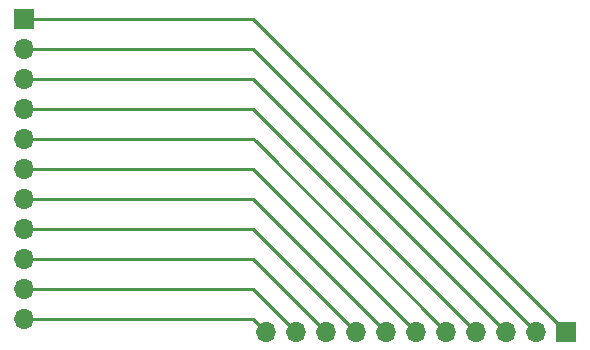
<source format=gbr>
%TF.GenerationSoftware,KiCad,Pcbnew,(6.0.8)*%
%TF.CreationDate,2023-03-11T21:42:28+01:00*%
%TF.ProjectId,RT5XP-EXP-Display,52543558-502d-4455-9850-2d446973706c,rev?*%
%TF.SameCoordinates,Original*%
%TF.FileFunction,Copper,L1,Top*%
%TF.FilePolarity,Positive*%
%FSLAX46Y46*%
G04 Gerber Fmt 4.6, Leading zero omitted, Abs format (unit mm)*
G04 Created by KiCad (PCBNEW (6.0.8)) date 2023-03-11 21:42:28*
%MOMM*%
%LPD*%
G01*
G04 APERTURE LIST*
%TA.AperFunction,ComponentPad*%
%ADD10R,1.700000X1.700000*%
%TD*%
%TA.AperFunction,ComponentPad*%
%ADD11O,1.700000X1.700000*%
%TD*%
%TA.AperFunction,Conductor*%
%ADD12C,0.250000*%
%TD*%
G04 APERTURE END LIST*
D10*
%TO.P,J1,1,Pin_1*%
%TO.N,Net-(J1-Pad1)*%
X1300000Y-1300000D03*
D11*
%TO.P,J1,2,Pin_2*%
%TO.N,Net-(J1-Pad2)*%
X1300000Y-3840000D03*
%TO.P,J1,3,Pin_3*%
%TO.N,Net-(J1-Pad3)*%
X1300000Y-6380000D03*
%TO.P,J1,4,Pin_4*%
%TO.N,Net-(J1-Pad4)*%
X1300000Y-8920000D03*
%TO.P,J1,5,Pin_5*%
%TO.N,Net-(J1-Pad5)*%
X1300000Y-11460000D03*
%TO.P,J1,6,Pin_6*%
%TO.N,Net-(J1-Pad6)*%
X1300000Y-14000000D03*
%TO.P,J1,7,Pin_7*%
%TO.N,Net-(J1-Pad7)*%
X1300000Y-16540000D03*
%TO.P,J1,8,Pin_8*%
%TO.N,Net-(J1-Pad8)*%
X1300000Y-19080000D03*
%TO.P,J1,9,Pin_9*%
%TO.N,Net-(J1-Pad9)*%
X1300000Y-21620000D03*
%TO.P,J1,10,Pin_10*%
%TO.N,Net-(J1-Pad10)*%
X1300000Y-24160000D03*
%TO.P,J1,11,Pin_11*%
%TO.N,Net-(J1-Pad11)*%
X1300000Y-26700000D03*
%TD*%
%TO.P,J2,11,Pin_11*%
%TO.N,Net-(J1-Pad11)*%
X21800000Y-27800000D03*
%TO.P,J2,10,Pin_10*%
%TO.N,Net-(J1-Pad10)*%
X24340000Y-27800000D03*
%TO.P,J2,9,Pin_9*%
%TO.N,Net-(J1-Pad9)*%
X26880000Y-27800000D03*
%TO.P,J2,8,Pin_8*%
%TO.N,Net-(J1-Pad8)*%
X29420000Y-27800000D03*
%TO.P,J2,7,Pin_7*%
%TO.N,Net-(J1-Pad7)*%
X31960000Y-27800000D03*
%TO.P,J2,6,Pin_6*%
%TO.N,Net-(J1-Pad6)*%
X34500000Y-27800000D03*
%TO.P,J2,5,Pin_5*%
%TO.N,Net-(J1-Pad5)*%
X37040000Y-27800000D03*
%TO.P,J2,4,Pin_4*%
%TO.N,Net-(J1-Pad4)*%
X39580000Y-27800000D03*
%TO.P,J2,3,Pin_3*%
%TO.N,Net-(J1-Pad3)*%
X42120000Y-27800000D03*
%TO.P,J2,2,Pin_2*%
%TO.N,Net-(J1-Pad2)*%
X44660000Y-27800000D03*
D10*
%TO.P,J2,1,Pin_1*%
%TO.N,Net-(J1-Pad1)*%
X47200000Y-27800000D03*
%TD*%
D12*
%TO.N,Net-(J1-Pad1)*%
X20700000Y-1300000D02*
X47200000Y-27800000D01*
X1300000Y-1300000D02*
X20700000Y-1300000D01*
%TO.N,Net-(J1-Pad2)*%
X20700000Y-3840000D02*
X44660000Y-27800000D01*
X1300000Y-3840000D02*
X20700000Y-3840000D01*
%TO.N,Net-(J1-Pad3)*%
X20700000Y-6380000D02*
X42120000Y-27800000D01*
X1300000Y-6380000D02*
X20700000Y-6380000D01*
%TO.N,Net-(J1-Pad4)*%
X20700000Y-8920000D02*
X39580000Y-27800000D01*
X1300000Y-8920000D02*
X20700000Y-8920000D01*
%TO.N,Net-(J1-Pad5)*%
X20700000Y-11460000D02*
X20940000Y-11700000D01*
X1300000Y-11460000D02*
X20700000Y-11460000D01*
X37040000Y-27800000D02*
X20940000Y-11700000D01*
%TO.N,Net-(J1-Pad6)*%
X20700000Y-14000000D02*
X34500000Y-27800000D01*
X1300000Y-14000000D02*
X20700000Y-14000000D01*
%TO.N,Net-(J1-Pad7)*%
X20700000Y-16540000D02*
X31960000Y-27800000D01*
X1300000Y-16540000D02*
X20700000Y-16540000D01*
%TO.N,Net-(J1-Pad8)*%
X20700000Y-19080000D02*
X29420000Y-27800000D01*
X1300000Y-19080000D02*
X20700000Y-19080000D01*
%TO.N,Net-(J1-Pad9)*%
X1300000Y-21620000D02*
X20700000Y-21620000D01*
X20700000Y-21620000D02*
X26880000Y-27800000D01*
%TO.N,Net-(J1-Pad10)*%
X20700000Y-24160000D02*
X24340000Y-27800000D01*
X1300000Y-24160000D02*
X20700000Y-24160000D01*
%TO.N,Net-(J1-Pad11)*%
X1300000Y-26700000D02*
X20700000Y-26700000D01*
X20700000Y-26700000D02*
X21800000Y-27800000D01*
%TD*%
M02*

</source>
